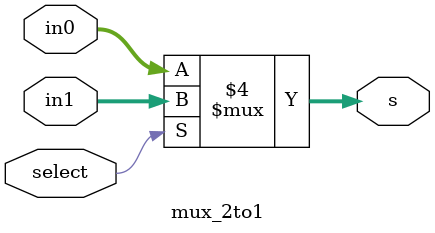
<source format=sv>
`timescale 1ns / 1ps

// 4bit 2-to-1 mux
module mux_2to1(input logic [3:0] in0, in1, 
                input logic select,
                output logic [3:0] s);

    always_comb
    begin
        if(select == 0)
            s = in0;
        else
            s = in1;
    end

endmodule

</source>
